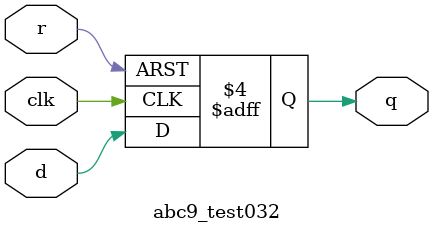
<source format=v>
module abc9_test027(output reg o);
initial o = 1'b0;
always @*
    o <= ~o;
endmodule

module abc9_test028(input i, output o);
wire w;
unknown u(~i, w);
unknown2 u2(w, o);
endmodule

module abc9_test032(input clk, d, r, output reg q);
initial q = 1'b0;
always @(negedge clk or negedge r)
    if (!r) q <= 1'b0;
    else q <= d;
endmodule

</source>
